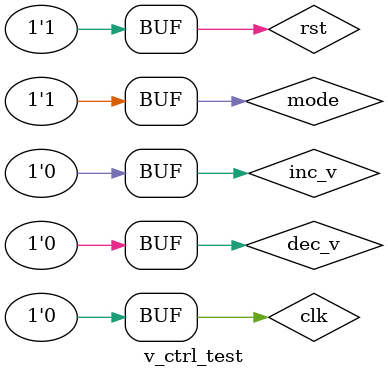
<source format=v>
`timescale 1ns / 1ps


module v_ctrl_test;

	// Inputs
	reg clk;
	reg rst;
	reg mode;
	reg inc_v;
	reg dec_v;

	// Outputs
	wire envolve_v;
	wire [24: 0] step;

	// Instantiate the Unit Under Test (UUT)
	envolve_v_ctrl uut (
		.clk(clk), 
		.rst(rst), 
		.mode(mode), 
		.inc_v(inc_v), 
		.dec_v(dec_v), 
		.envolve_v(envolve_v),
		.test_p1(step)
	);

	initial begin
		// Initialize Inputs
		clk = 0;
		rst = 0;
		mode = 1;
		inc_v = 0;
		dec_v = 0;

		// Wait 100 ns for global reset to finish
		#10;
		rst = 1;
		#1000;
		mode = 1;
		inc_v = 1;#100;
		inc_v = 0;
        
		// Add stimulus here

	end
	always begin
		clk = 1; #20;
		clk = 0; #20;
	end
      
endmodule


</source>
